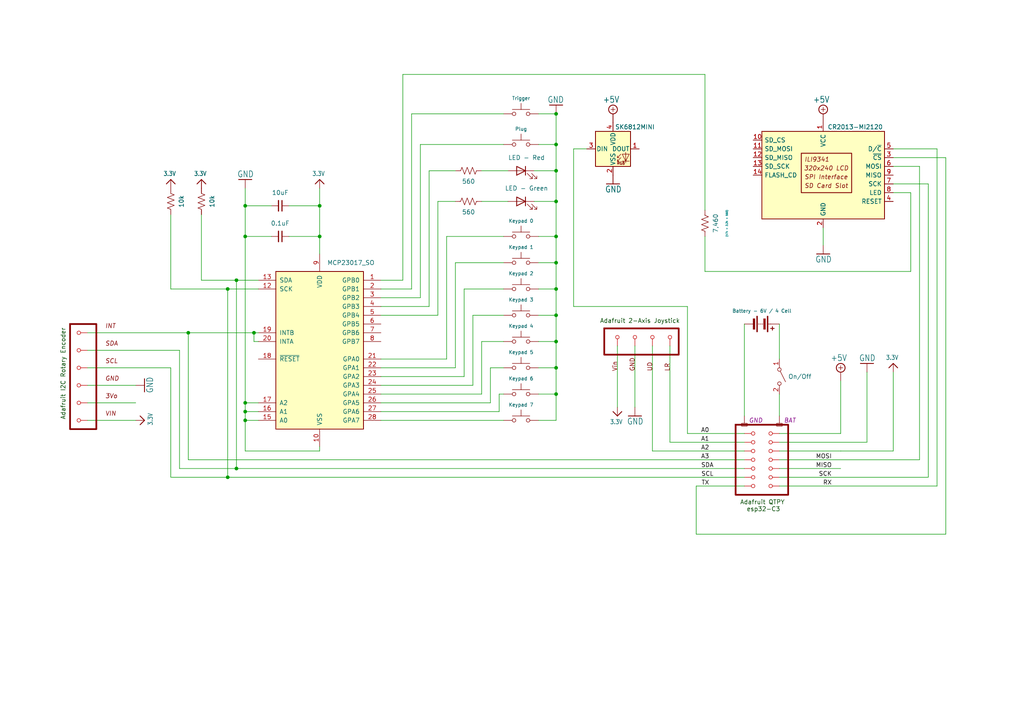
<source format=kicad_sch>
(kicad_sch (version 20230121) (generator eeschema)
  (paper "A4")
  (lib_symbols
    (symbol "Adafruit QT Py ESP32-C3-eagle-import:+5V" (power)
      (property "Value" "+5V" (at -1.905 3.175 0))
      (symbol "+5V_1_0"
        (polyline (pts (xy -0.635 1.27) (xy 0.635 1.27)) (stroke (width 0.1524)))
        (polyline (pts (xy 0 0.635) (xy 0 1.905)) (stroke (width 0.1524)))
        (circle (center 0 1.27) (radius 1.27) (stroke (width 0.254)))
        (pin power_in line (at 0 -2.54 90) (length 2.54) (name "+5V") (number "1"))
      )
    )
    (symbol "Adafruit QT Py ESP32-C3-eagle-import:3.3V" (power)
      (property "Value" "3.3V" (at -1.524 1.016 0))
      (symbol "3.3V_1_0"
        (polyline (pts (xy -1.27 -1.27) (xy 0 0)) (stroke (width 0.254)))
        (polyline (pts (xy 0 0) (xy 1.27 -1.27)) (stroke (width 0.254)))
        (pin power_in line (at 0 -2.54 90) (length 2.54) (name "3.3V") (number "1"))
      )
    )
    (symbol "Adafruit QT Py ESP32-C3-eagle-import:GND" (power)
      (property "Value" "GND" (at -2.54 -2.54 0))
      (symbol "GND_1_0"
        (polyline (pts (xy -1.905 0) (xy 1.905 0)) (stroke (width 0.254)))
        (pin power_in line (at 0 2.54 270) (length 2.54) (name "GND") (number "1"))
      )
    )
    (symbol "Device:Battery" (pin_numbers hide) (pin_names (offset 0) hide)
      (property "Reference" "BT" (at 2.54 2.54 0))
      (property "Value" "Battery" (at 2.54 0 0))
      (symbol "Battery_0_1"
        (rectangle (start -2.286 -1.27) (end 2.286 -1.524) (fill (type outline)))
        (rectangle (start -2.286 1.778) (end 2.286 1.524) (fill (type outline)))
        (rectangle (start -1.524 -2.032) (end 1.524 -2.54) (fill (type outline)))
        (rectangle (start -1.524 1.016) (end 1.524 0.508) (fill (type outline)))
        (polyline (pts (xy 0 -1.016) (xy 0 -0.762)))
        (polyline (pts (xy 0 -0.508) (xy 0 -0.254)))
        (polyline (pts (xy 0 0) (xy 0 0.254)))
        (polyline (pts (xy 0 1.778) (xy 0 2.54)))
        (polyline (pts (xy 0.762 3.048) (xy 1.778 3.048)) (stroke (width 0.254)))
        (polyline (pts (xy 1.27 3.556) (xy 1.27 2.54)) (stroke (width 0.254)))
      )
      (symbol "Battery_1_1"
        (pin passive line (at 0 5.08 270) (length 2.54) (name "+") (number "1"))
        (pin passive line (at 0 -5.08 90) (length 2.54) (name "-") (number "2"))
      )
    )
    (symbol "Device:C_Small" (pin_numbers hide) (pin_names (offset 0.254) hide)
      (property "Reference" "C" (at 0.254 1.778 0))
      (property "Value" "C_Small" (at 0.254 -2.032 0))
      (symbol "C_Small_0_1"
        (polyline (pts (xy -1.524 -0.508) (xy 1.524 -0.508)) (stroke (width 0.3302)))
        (polyline (pts (xy -1.524 0.508) (xy 1.524 0.508)) (stroke (width 0.3048)))
      )
      (symbol "C_Small_1_1"
        (pin passive line (at 0 2.54 270) (length 2.032) (name "~") (number "1"))
        (pin passive line (at 0 -2.54 90) (length 2.032) (name "~") (number "2"))
      )
    )
    (symbol "Device:LED" (pin_numbers hide) (pin_names (offset 1.016) hide)
      (property "Reference" "D" (at 0 2.54 0))
      (property "Value" "LED" (at 0 -2.54 0))
      (symbol "LED_0_1"
        (polyline (pts (xy -1.27 -1.27) (xy -1.27 1.27)) (stroke (width 0.254)))
        (polyline (pts (xy -1.27 0) (xy 1.27 0)))
        (polyline (pts (xy 1.27 -1.27) (xy 1.27 1.27) (xy -1.27 0) (xy 1.27 -1.27)) (stroke (width 0.254)))
        (polyline (pts (xy -3.048 -0.762) (xy -4.572 -2.286) (xy -3.81 -2.286) (xy -4.572 -2.286) (xy -4.572 -1.524)))
        (polyline (pts (xy -1.778 -0.762) (xy -3.302 -2.286) (xy -2.54 -2.286) (xy -3.302 -2.286) (xy -3.302 -1.524)))
      )
      (symbol "LED_1_1"
        (pin passive line (at -3.81 0 0) (length 2.54) (name "K") (number "1"))
        (pin passive line (at 3.81 0 180) (length 2.54) (name "A") (number "2"))
      )
    )
    (symbol "Device:R_US" (pin_numbers hide) (pin_names (offset 0))
      (property "Reference" "R" (at 2.54 0 90))
      (property "Value" "R_US" (at -2.54 0 90))
      (symbol "R_US_0_1"
        (polyline (pts (xy 0 -2.286) (xy 0 -2.54)))
        (polyline (pts (xy 0 2.286) (xy 0 2.54)))
        (polyline (pts (xy 0 -0.762) (xy 1.016 -1.143) (xy 0 -1.524) (xy -1.016 -1.905) (xy 0 -2.286)))
        (polyline (pts (xy 0 0.762) (xy 1.016 0.381) (xy 0 0) (xy -1.016 -0.381) (xy 0 -0.762)))
        (polyline (pts (xy 0 2.286) (xy 1.016 1.905) (xy 0 1.524) (xy -1.016 1.143) (xy 0 0.762)))
      )
      (symbol "R_US_1_1"
        (pin passive line (at 0 3.81 270) (length 1.27) (name "~") (number "1"))
        (pin passive line (at 0 -3.81 90) (length 1.27) (name "~") (number "2"))
      )
    )
    (symbol "Driver_Display:CR2013-MI2120" (pin_names (offset 0.762))
      (property "Reference" "U" (at -17.526 13.97 0))
      (property "Value" "CR2013-MI2120" (at 1.905 13.97 0))
      (symbol "CR2013-MI2120_0_0"
        (text "320x240 LCD" (at 0.889 2.032 0) (effects (font (size 1.27 1.27) italic)))
        (text "ILI9341" (at -5.461 4.572 0) (effects (font (size 1.27 1.27) italic) (justify left)))
        (text "SD Card Slot" (at -5.461 -3.048 0) (effects (font (size 1.27 1.27) italic) (justify left)))
        (text "SPI Interface" (at -5.461 -0.508 0) (effects (font (size 1.27 1.27) italic) (justify left)))
      )
      (symbol "CR2013-MI2120_0_1"
        (rectangle (start -17.78 12.7) (end 17.78 -12.7) (stroke (width 0.254)) (fill (type background)))
        (rectangle (start -6.35 6.35) (end 8.255 -5.08) (stroke (width 0.254)))
      )
      (symbol "CR2013-MI2120_1_1"
        (pin power_in line (at 0 15.24 270) (length 2.54) (name "VCC") (number "1"))
        (pin input line (at -20.32 10.16 0) (length 2.54) (name "SD_CS") (number "10"))
        (pin input line (at -20.32 7.62 0) (length 2.54) (name "SD_MOSI") (number "11"))
        (pin output line (at -20.32 5.08 0) (length 2.54) (name "SD_MISO") (number "12"))
        (pin input line (at -20.32 2.54 0) (length 2.54) (name "SD_SCK") (number "13"))
        (pin input line (at -20.32 0 0) (length 2.54) (name "FLASH_CD") (number "14"))
        (pin power_in line (at 0 -15.24 90) (length 2.54) (name "GND") (number "2"))
        (pin input line (at 20.32 5.08 180) (length 2.54) (name "~{CS}") (number "3"))
        (pin input line (at 20.32 -7.62 180) (length 2.54) (name "RESET") (number "4"))
        (pin input line (at 20.32 7.62 180) (length 2.54) (name "D/~{C}") (number "5"))
        (pin input line (at 20.32 2.54 180) (length 2.54) (name "MOSI") (number "6"))
        (pin input line (at 20.32 -2.54 180) (length 2.54) (name "SCK") (number "7"))
        (pin input line (at 20.32 -5.08 180) (length 2.54) (name "LED") (number "8"))
        (pin output line (at 20.32 0 180) (length 2.54) (name "MISO") (number "9"))
      )
    )
    (symbol "Interface_Expansion:MCP23017_SO" (pin_names (offset 1.016))
      (property "Reference" "U" (at -11.43 24.13 0))
      (property "Value" "MCP23017_SO" (at 0 0 0))
      (symbol "MCP23017_SO_0_1"
        (rectangle (start -12.7 22.86) (end 12.7 -22.86) (stroke (width 0.254)) (fill (type background)))
      )
      (symbol "MCP23017_SO_1_1"
        (pin bidirectional line (at 17.78 20.32 180) (length 5.08) (name "GPB0") (number "1"))
        (pin power_in line (at 0 -27.94 90) (length 5.08) (name "VSS") (number "10"))
        (pin no_connect line (at -12.7 15.24 0) (length 5.08) hide (name "NC") (number "11"))
        (pin input line (at -17.78 17.78 0) (length 5.08) (name "SCK") (number "12"))
        (pin bidirectional line (at -17.78 20.32 0) (length 5.08) (name "SDA") (number "13"))
        (pin no_connect line (at -12.7 12.7 0) (length 5.08) hide (name "NC") (number "14"))
        (pin input line (at -17.78 -20.32 0) (length 5.08) (name "A0") (number "15"))
        (pin input line (at -17.78 -17.78 0) (length 5.08) (name "A1") (number "16"))
        (pin input line (at -17.78 -15.24 0) (length 5.08) (name "A2") (number "17"))
        (pin input line (at -17.78 -2.54 0) (length 5.08) (name "~{RESET}") (number "18"))
        (pin tri_state line (at -17.78 5.08 0) (length 5.08) (name "INTB") (number "19"))
        (pin bidirectional line (at 17.78 17.78 180) (length 5.08) (name "GPB1") (number "2"))
        (pin tri_state line (at -17.78 2.54 0) (length 5.08) (name "INTA") (number "20"))
        (pin bidirectional line (at 17.78 -2.54 180) (length 5.08) (name "GPA0") (number "21"))
        (pin bidirectional line (at 17.78 -5.08 180) (length 5.08) (name "GPA1") (number "22"))
        (pin bidirectional line (at 17.78 -7.62 180) (length 5.08) (name "GPA2") (number "23"))
        (pin bidirectional line (at 17.78 -10.16 180) (length 5.08) (name "GPA3") (number "24"))
        (pin bidirectional line (at 17.78 -12.7 180) (length 5.08) (name "GPA4") (number "25"))
        (pin bidirectional line (at 17.78 -15.24 180) (length 5.08) (name "GPA5") (number "26"))
        (pin bidirectional line (at 17.78 -17.78 180) (length 5.08) (name "GPA6") (number "27"))
        (pin bidirectional line (at 17.78 -20.32 180) (length 5.08) (name "GPA7") (number "28"))
        (pin bidirectional line (at 17.78 15.24 180) (length 5.08) (name "GPB2") (number "3"))
        (pin bidirectional line (at 17.78 12.7 180) (length 5.08) (name "GPB3") (number "4"))
        (pin bidirectional line (at 17.78 10.16 180) (length 5.08) (name "GPB4") (number "5"))
        (pin bidirectional line (at 17.78 7.62 180) (length 5.08) (name "GPB5") (number "6"))
        (pin bidirectional line (at 17.78 5.08 180) (length 5.08) (name "GPB6") (number "7"))
        (pin bidirectional line (at 17.78 2.54 180) (length 5.08) (name "GPB7") (number "8"))
        (pin power_in line (at 0 27.94 270) (length 5.08) (name "VDD") (number "9"))
      )
    )
    (symbol "LED:SK6812MINI" (pin_names (offset 0.254))
      (property "Reference" "D" (at 5.08 5.715 0))
      (property "Value" "SK6812MINI" (at 1.27 -5.715 0))
      (symbol "SK6812MINI_0_0"
        (text "RGB" (at 2.286 -4.191 0) (effects (font (size 0.762 0.762))))
      )
      (symbol "SK6812MINI_0_1"
        (polyline (pts (xy 1.27 -3.556) (xy 1.778 -3.556)))
        (polyline (pts (xy 1.27 -2.54) (xy 1.778 -2.54)))
        (polyline (pts (xy 4.699 -3.556) (xy 2.667 -3.556)))
        (polyline (pts (xy 2.286 -2.54) (xy 1.27 -3.556) (xy 1.27 -3.048)))
        (polyline (pts (xy 2.286 -1.524) (xy 1.27 -2.54) (xy 1.27 -2.032)))
        (polyline (pts (xy 3.683 -1.016) (xy 3.683 -3.556) (xy 3.683 -4.064)))
        (polyline (pts (xy 4.699 -1.524) (xy 2.667 -1.524) (xy 3.683 -3.556) (xy 4.699 -1.524)))
        (rectangle (start 5.08 5.08) (end -5.08 -5.08) (stroke (width 0.254)) (fill (type background)))
      )
      (symbol "SK6812MINI_1_1"
        (pin output line (at 7.62 0 180) (length 2.54) (name "DOUT") (number "1"))
        (pin power_in line (at 0 -7.62 90) (length 2.54) (name "VSS") (number "2"))
        (pin input line (at -7.62 0 0) (length 2.54) (name "DIN") (number "3"))
        (pin power_in line (at 0 7.62 270) (length 2.54) (name "VDD") (number "4"))
      )
    )
    (symbol "Switch:SW_Push" (pin_numbers hide) (pin_names (offset 1.016) hide)
      (property "Reference" "SW" (at 1.27 2.54 0))
      (property "Value" "SW_Push" (at 0 -1.524 0))
      (symbol "SW_Push_0_1"
        (circle (center -2.032 0) (radius 0.508))
        (polyline (pts (xy 0 1.27) (xy 0 3.048)))
        (polyline (pts (xy 2.54 1.27) (xy -2.54 1.27)))
        (circle (center 2.032 0) (radius 0.508))
        (pin passive line (at -5.08 0 0) (length 2.54) (name "1") (number "1"))
        (pin passive line (at 5.08 0 180) (length 2.54) (name "2") (number "2"))
      )
    )
    (symbol "Switch:SW_SPST" (pin_names (offset 0) hide)
      (property "Reference" "SW" (at 0 3.175 0))
      (property "Value" "SW_SPST" (at 0 -2.54 0))
      (symbol "SW_SPST_0_0"
        (circle (center -2.032 0) (radius 0.508))
        (polyline (pts (xy -1.524 0.254) (xy 1.524 1.778)))
        (circle (center 2.032 0) (radius 0.508))
      )
      (symbol "SW_SPST_1_1"
        (pin passive line (at -5.08 0 0) (length 2.54) (name "A") (number "1"))
        (pin passive line (at 5.08 0 180) (length 2.54) (name "B") (number "2"))
      )
    )
  )
  (junction (at 66.04 138.43))
  (junction (at 71.12 59.69))
  (junction (at 92.71 68.58))
  (junction (at 92.71 59.69))
  (junction (at 71.12 68.58))
  (junction (at 161.29 76.2))
  (junction (at 66.04 83.82))
  (junction (at 161.29 106.68))
  (junction (at 161.29 99.06))
  (junction (at 161.29 33.02))
  (junction (at 161.29 83.82))
  (junction (at 73.66 96.52))
  (junction (at 71.12 119.38))
  (junction (at 161.29 58.42))
  (junction (at 161.29 68.58))
  (junction (at 161.29 114.3))
  (junction (at 161.29 91.44))
  (junction (at 54.61 96.52))
  (junction (at 68.58 81.28))
  (junction (at 71.12 116.84))
  (junction (at 71.12 121.92))
  (junction (at 161.29 49.53))
  (junction (at 161.29 41.91))
  (junction (at 68.58 135.89))
  (wire (pts (xy 161.29 99.06) (xy 161.29 91.44)))
  (wire (pts (xy 259.08 55.88) (xy 264.16 55.88)))
  (wire (pts (xy 83.82 68.58) (xy 92.71 68.58)))
  (wire (pts (xy 92.71 59.69) (xy 92.71 68.58)))
  (wire (pts (xy 166.37 88.9) (xy 166.37 43.18)))
  (wire (pts (xy 179.07 100.33) (xy 179.07 118.11)))
  (wire (pts (xy 25.4 116.84) (xy 39.37 116.84)))
  (wire (pts (xy 251.46 107.95) (xy 251.46 128.27)) (stroke (width 0.1524)))
  (wire (pts (xy 25.4 111.76) (xy 39.37 111.76)))
  (wire (pts (xy 161.29 83.82) (xy 161.29 76.2)))
  (wire (pts (xy 201.93 140.97) (xy 215.9 140.97)))
  (wire (pts (xy 161.29 68.58) (xy 161.29 76.2)))
  (wire (pts (xy 201.93 140.97) (xy 201.93 154.94)))
  (wire (pts (xy 204.47 60.96) (xy 204.47 21.59)))
  (wire (pts (xy 66.04 83.82) (xy 66.04 138.43)))
  (wire (pts (xy 274.32 154.94) (xy 274.32 45.72)) (stroke (width 0.1524)))
  (wire (pts (xy 156.21 121.92) (xy 161.29 121.92)))
  (wire (pts (xy 154.94 58.42) (xy 161.29 58.42)))
  (wire (pts (xy 68.58 81.28) (xy 74.93 81.28)))
  (wire (pts (xy 71.12 121.92) (xy 71.12 130.81)))
  (wire (pts (xy 189.23 100.33) (xy 189.23 130.81)))
  (wire (pts (xy 71.12 54.61) (xy 71.12 59.69)))
  (wire (pts (xy 110.49 121.92) (xy 146.05 121.92)))
  (wire (pts (xy 119.38 83.82) (xy 110.49 83.82)))
  (wire (pts (xy 58.42 62.23) (xy 58.42 81.28)))
  (wire (pts (xy 25.4 101.6) (xy 52.07 101.6)))
  (wire (pts (xy 49.53 138.43) (xy 66.04 138.43)))
  (wire (pts (xy 129.54 68.58) (xy 146.05 68.58)))
  (wire (pts (xy 201.93 154.94) (xy 203.2 154.94)))
  (wire (pts (xy 271.78 140.97) (xy 271.78 43.18)) (stroke (width 0.1524)))
  (wire (pts (xy 226.06 133.35) (xy 266.7 133.35)) (stroke (width 0.1524)))
  (wire (pts (xy 226.06 125.73) (xy 243.84 125.73)) (stroke (width 0.1524)))
  (wire (pts (xy 259.08 107.95) (xy 259.08 130.81)))
  (wire (pts (xy 144.78 119.38) (xy 110.49 119.38)))
  (wire (pts (xy 137.16 111.76) (xy 110.49 111.76)))
  (wire (pts (xy 139.7 99.06) (xy 139.7 114.3)))
  (wire (pts (xy 199.39 125.73) (xy 199.39 88.9)))
  (wire (pts (xy 146.05 76.2) (xy 132.08 76.2)))
  (wire (pts (xy 92.71 54.61) (xy 92.71 59.69)))
  (wire (pts (xy 226.06 93.98) (xy 226.06 104.14)))
  (wire (pts (xy 66.04 83.82) (xy 74.93 83.82)))
  (wire (pts (xy 189.23 130.81) (xy 215.9 130.81)))
  (wire (pts (xy 264.16 55.88) (xy 264.16 78.74)))
  (wire (pts (xy 127 58.42) (xy 127 91.44)))
  (wire (pts (xy 54.61 96.52) (xy 73.66 96.52)))
  (wire (pts (xy 127 91.44) (xy 110.49 91.44)))
  (wire (pts (xy 203.2 154.94) (xy 274.32 154.94)) (stroke (width 0.1524)))
  (wire (pts (xy 161.29 58.42) (xy 161.29 68.58)))
  (wire (pts (xy 121.92 41.91) (xy 121.92 86.36)))
  (wire (pts (xy 73.66 96.52) (xy 74.93 96.52)))
  (wire (pts (xy 71.12 130.81) (xy 92.71 130.81)))
  (wire (pts (xy 132.08 76.2) (xy 132.08 106.68)))
  (wire (pts (xy 124.46 49.53) (xy 132.08 49.53)))
  (wire (pts (xy 83.82 59.69) (xy 92.71 59.69)))
  (wire (pts (xy 243.84 110.49) (xy 243.84 125.73)) (stroke (width 0.1524)))
  (wire (pts (xy 49.53 138.43) (xy 49.53 106.68)))
  (wire (pts (xy 156.21 83.82) (xy 161.29 83.82)))
  (wire (pts (xy 92.71 130.81) (xy 92.71 129.54)))
  (wire (pts (xy 129.54 68.58) (xy 129.54 104.14)))
  (wire (pts (xy 54.61 133.35) (xy 215.9 133.35)))
  (wire (pts (xy 161.29 114.3) (xy 161.29 121.92)))
  (wire (pts (xy 144.78 114.3) (xy 144.78 119.38)))
  (wire (pts (xy 119.38 33.02) (xy 146.05 33.02)))
  (wire (pts (xy 156.21 76.2) (xy 161.29 76.2)))
  (wire (pts (xy 266.7 133.35) (xy 266.7 48.26)) (stroke (width 0.1524)))
  (wire (pts (xy 199.39 125.73) (xy 215.9 125.73)))
  (wire (pts (xy 68.58 81.28) (xy 68.58 135.89)))
  (wire (pts (xy 137.16 91.44) (xy 137.16 111.76)))
  (wire (pts (xy 146.05 99.06) (xy 139.7 99.06)))
  (wire (pts (xy 269.24 53.34) (xy 259.08 53.34)) (stroke (width 0.1524)))
  (wire (pts (xy 71.12 59.69) (xy 71.12 68.58)))
  (wire (pts (xy 110.49 109.22) (xy 134.62 109.22)))
  (wire (pts (xy 71.12 116.84) (xy 71.12 119.38)))
  (wire (pts (xy 271.78 43.18) (xy 259.08 43.18)) (stroke (width 0.1524)))
  (wire (pts (xy 161.29 106.68) (xy 161.29 114.3)))
  (wire (pts (xy 146.05 114.3) (xy 144.78 114.3)))
  (wire (pts (xy 204.47 78.74) (xy 204.47 68.58)))
  (wire (pts (xy 116.84 81.28) (xy 110.49 81.28)))
  (wire (pts (xy 156.21 68.58) (xy 161.29 68.58)))
  (wire (pts (xy 156.21 41.91) (xy 161.29 41.91)))
  (wire (pts (xy 204.47 21.59) (xy 116.84 21.59)))
  (wire (pts (xy 73.66 99.06) (xy 73.66 96.52)))
  (wire (pts (xy 110.49 104.14) (xy 129.54 104.14)))
  (wire (pts (xy 52.07 135.89) (xy 52.07 101.6)))
  (wire (pts (xy 161.29 41.91) (xy 161.29 49.53)))
  (wire (pts (xy 161.29 106.68) (xy 161.29 99.06)))
  (wire (pts (xy 226.06 130.81) (xy 243.84 130.81)) (stroke (width 0.1524)))
  (wire (pts (xy 124.46 88.9) (xy 110.49 88.9)))
  (wire (pts (xy 161.29 49.53) (xy 161.29 58.42)))
  (wire (pts (xy 124.46 49.53) (xy 124.46 88.9)))
  (wire (pts (xy 156.21 91.44) (xy 161.29 91.44)))
  (wire (pts (xy 52.07 135.89) (xy 68.58 135.89)))
  (wire (pts (xy 215.9 93.98) (xy 215.9 120.65)))
  (wire (pts (xy 226.06 140.97) (xy 271.78 140.97)) (stroke (width 0.1524)))
  (wire (pts (xy 68.58 135.89) (xy 215.9 135.89)))
  (wire (pts (xy 25.4 121.92) (xy 39.37 121.92)))
  (wire (pts (xy 142.24 106.68) (xy 146.05 106.68)))
  (wire (pts (xy 154.94 49.53) (xy 161.29 49.53)))
  (wire (pts (xy 49.53 62.23) (xy 49.53 83.82)))
  (wire (pts (xy 226.06 135.89) (xy 243.84 135.89)) (stroke (width 0.1524)))
  (wire (pts (xy 142.24 116.84) (xy 142.24 106.68)))
  (wire (pts (xy 269.24 138.43) (xy 269.24 53.34)) (stroke (width 0.1524)))
  (wire (pts (xy 139.7 114.3) (xy 110.49 114.3)))
  (wire (pts (xy 121.92 86.36) (xy 110.49 86.36)))
  (wire (pts (xy 161.29 91.44) (xy 161.29 83.82)))
  (wire (pts (xy 156.21 99.06) (xy 161.29 99.06)))
  (wire (pts (xy 226.06 138.43) (xy 269.24 138.43)) (stroke (width 0.1524)))
  (wire (pts (xy 71.12 116.84) (xy 74.93 116.84)))
  (wire (pts (xy 156.21 33.02) (xy 161.29 33.02)))
  (wire (pts (xy 71.12 68.58) (xy 71.12 116.84)))
  (wire (pts (xy 58.42 81.28) (xy 68.58 81.28)))
  (wire (pts (xy 264.16 78.74) (xy 204.47 78.74)))
  (wire (pts (xy 71.12 119.38) (xy 74.93 119.38)))
  (wire (pts (xy 92.71 68.58) (xy 92.71 73.66)))
  (wire (pts (xy 161.29 33.02) (xy 161.29 41.91)))
  (wire (pts (xy 156.21 106.68) (xy 161.29 106.68)))
  (wire (pts (xy 116.84 21.59) (xy 116.84 81.28)))
  (wire (pts (xy 71.12 121.92) (xy 74.93 121.92)))
  (wire (pts (xy 25.4 96.52) (xy 54.61 96.52)))
  (wire (pts (xy 226.06 114.3) (xy 226.06 120.65)))
  (wire (pts (xy 127 58.42) (xy 132.08 58.42)))
  (wire (pts (xy 166.37 43.18) (xy 170.18 43.18)))
  (wire (pts (xy 49.53 83.82) (xy 66.04 83.82)))
  (wire (pts (xy 54.61 96.52) (xy 54.61 133.35)))
  (wire (pts (xy 139.7 49.53) (xy 147.32 49.53)))
  (wire (pts (xy 184.15 100.33) (xy 184.15 118.11)))
  (wire (pts (xy 139.7 58.42) (xy 147.32 58.42)))
  (wire (pts (xy 266.7 48.26) (xy 259.08 48.26)) (stroke (width 0.1524)))
  (wire (pts (xy 134.62 83.82) (xy 146.05 83.82)))
  (wire (pts (xy 226.06 128.27) (xy 251.46 128.27)) (stroke (width 0.1524)))
  (wire (pts (xy 119.38 33.02) (xy 119.38 83.82)))
  (wire (pts (xy 259.08 130.81) (xy 243.84 130.81)))
  (wire (pts (xy 71.12 68.58) (xy 78.74 68.58)))
  (wire (pts (xy 146.05 91.44) (xy 137.16 91.44)))
  (wire (pts (xy 74.93 99.06) (xy 73.66 99.06)))
  (wire (pts (xy 134.62 109.22) (xy 134.62 83.82)))
  (wire (pts (xy 238.76 66.04) (xy 238.76 71.12)))
  (wire (pts (xy 71.12 119.38) (xy 71.12 121.92)))
  (wire (pts (xy 121.92 41.91) (xy 146.05 41.91)))
  (wire (pts (xy 25.4 106.68) (xy 49.53 106.68)))
  (wire (pts (xy 199.39 88.9) (xy 166.37 88.9)))
  (wire (pts (xy 66.04 138.43) (xy 215.9 138.43)))
  (wire (pts (xy 274.32 45.72) (xy 259.08 45.72)) (stroke (width 0.1524)))
  (wire (pts (xy 110.49 116.84) (xy 142.24 116.84)))
  (wire (pts (xy 156.21 114.3) (xy 161.29 114.3)))
  (wire (pts (xy 194.31 100.33) (xy 194.31 128.27)))
  (wire (pts (xy 110.49 106.68) (xy 132.08 106.68)))
  (wire (pts (xy 194.31 128.27) (xy 215.9 128.27)))
  (wire (pts (xy 71.12 59.69) (xy 78.74 59.69)))
  (rectangle (start 20.32 93.98) (end 27.94 124.46) (stroke (width 0.5) (color 132 0 0 1)))
  (rectangle (start 213.36 123.19) (end 228.6 143.51) (stroke (width 0.5) (color 132 0 0 1)))
  (rectangle (start 175.26 95.25) (end 196.85 102.87) (stroke (width 0.5) (color 132 0 0 1)))
  (text "Adafruit 2-Axis Joystick" (at 173.99 93.98 0) (effects (font (size 1.25 1.25)) (justify left bottom)))
  (text "LR" (at 194.31 107.95 90) (effects (font (size 1.27 1.27)) (justify left bottom)))
  (text "Adafruit QTPY\n  esp32-C3" (at 214.63 148.59 0) (effects (font (size 1.25 1.25)) (justify left bottom)))
  (text "UD\n" (at 189.23 107.95 90) (effects (font (size 1.27 1.27)) (justify left bottom)))
  (text "GND" (at 184.15 107.95 90) (effects (font (size 1.27 1.27)) (justify left bottom)))
  (text "Vin" (at 179.07 107.95 90) (effects (font (size 1.27 1.27)) (justify left bottom)))
  (text "Adafruit I2C Rotary Encoder" (at 19.05 121.92 90) (effects (font (size 1.25 1.25)) (justify left bottom)))
  (label "MISO" (at 241.3 135.89 180) (effects (font (size 1.2446 1.2446))))
  (label "A2" (at 205.74 130.81 180) (effects (font (size 1.2446 1.2446))))
  (label "A1" (at 205.74 128.27 180) (effects (font (size 1.2446 1.2446))))
  (label "A3" (at 205.74 133.35 180) (effects (font (size 1.2446 1.2446))))
  (label "A0" (at 205.74 125.73 180) (effects (font (size 1.2446 1.2446))))
  (label "MOSI" (at 241.3 133.35 180) (effects (font (size 1.2446 1.2446))))
  (label "TX" (at 205.74 140.97 180) (effects (font (size 1.2446 1.2446))))
  (label "SDA" (at 207.01 135.89 180) (effects (font (size 1.2446 1.2446))))
  (label "SCL" (at 207.01 138.43 180) (effects (font (size 1.2446 1.2446))))
  (label "RX" (at 241.3 140.97 180) (effects (font (size 1.2446 1.2446))))
  (label "SCK" (at 241.3 138.43 180) (effects (font (size 1.2446 1.2446))))
  (netclass_flag "" (length 2.54) (shape round) (at 226.06 130.81 90))
  (netclass_flag "" (length 2.54) (shape round) (at 184.15 100.33 0))
  (netclass_flag "" (length 2.54) (shape round) (at 215.9 138.43 270))
  (netclass_flag "" (length 2.54) (shape round) (at 215.9 128.27 270))
  (netclass_flag "" (length 2.54) (shape round) (at 226.06 135.89 90))
  (netclass_flag "" (length 2.54) (shape round) (at 215.9 133.35 270))
  (netclass_flag "" (length 2.54) (shape round) (at 194.31 100.33 0))
  (netclass_flag "" (length 2.54) (shape round) (at 215.9 130.81 270))
  (netclass_flag "" (length 2.54) (shape round) (at 226.06 140.97 90))
  (netclass_flag "" (length 2.54) (shape round) (at 226.06 125.73 90))
  (netclass_flag "" (length 2.54) (shape round) (at 215.9 140.97 270))
  (netclass_flag "" (length 2.54) (shape round) (at 215.9 135.89 270))
  (netclass_flag "" (length 2.54) (shape round) (at 226.06 138.43 90))
  (netclass_flag "" (length 2.54) (shape round) (at 25.4 106.68 90) (property "Netclass" "SCL" (at 30.48 105.41 0) (effects (font italic) (justify left bottom))))
  (netclass_flag "" (length 2.54) (shape round) (at 25.4 111.76 90) (property "Netclass" "GND" (at 30.48 110.49 0) (effects (font italic) (justify left bottom))))
  (netclass_flag "" (length 2.54) (shape round) (at 189.23 100.33 0))
  (netclass_flag "" (length 2.54) (shape rectangle) (at 215.9 120.65 180) (property "Netclass" "GND" (at 217.17 121.92 0) (effects (font italic) (justify left))))
  (netclass_flag "" (length 2.54) (shape round) (at 179.07 100.33 0))
  (netclass_flag "" (length 2.54) (shape round) (at 25.4 101.6 90) (property "Netclass" "SDA" (at 30.48 100.33 0) (effects (font italic) (justify left bottom))))
  (netclass_flag "" (length 2.54) (shape round) (at 25.4 116.84 90) (property "Netclass" "3Vo" (at 30.48 115.57 0) (effects (font italic) (justify left bottom))))
  (netclass_flag "" (length 2.54) (shape rectangle) (at 226.06 120.65 180) (property "Netclass" "BAT" (at 227.33 121.92 0) (effects (font italic) (justify left))))
  (netclass_flag "" (length 2.54) (shape round) (at 226.06 133.35 90))
  (netclass_flag "" (length 2.54) (shape round) (at 25.4 96.52 90) (property "Netclass" "INT" (at 30.48 95.25 0) (effects (font italic) (justify left bottom))))
  (netclass_flag "" (length 2.54) (shape round) (at 226.06 128.27 90))
  (netclass_flag "" (length 2.54) (shape round) (at 215.9 125.73 270))
  (netclass_flag "" (length 2.54) (shape round) (at 25.4 121.92 90) (property "Netclass" "VIN" (at 30.48 120.65 0) (effects (font italic) (justify left bottom))))
  (symbol (lib_id "LED:SK6812MINI") (at 177.8 43.18 0) (unit 1)
    (property "Reference" "D1" (effects hide))
    (property "Value" "SK6812MINI" (at 184.15 36.83 0))
    (property "Footprint" "LED_SMD:LED_SK6812MINI_PLCC4_3.5x3.5mm_P1.75mm" (effects hide))
    (property "Datasheet" "https://cdn-shop.adafruit.com/product-files/2686/SK6812MINI_REV.01-1-2.pdf" (effects hide))
  )
  (symbol (lib_id "Switch:SW_SPST") (at 226.06 109.22 270) (unit 1)
    (property "Reference" "SW11" (effects hide))
    (property "Value" "On/Off" (at 228.6 109.22 90) (effects (justify left)))
  )
  (symbol (lib_id "Adafruit QT Py ESP32-C3-eagle-import:3.3V") (at 259.08 105.41 0) (mirror y) (unit 1)
    (property "Reference" "#U$02" (effects hide))
    (property "Value" "3.3V" (at 260.604 104.394 0) (effects (font (size 1.27 1.0795)) (justify left bottom)))
  )
  (symbol (lib_id "Device:R_US") (at 58.42 58.42 0) (unit 1)
    (property "Reference" "R1" (effects hide))
    (property "Value" "10k" (at 62.23 58.42 90) (effects (justify bottom)))
  )
  (symbol (lib_id "Adafruit QT Py ESP32-C3-eagle-import:GND") (at 251.46 105.41 180) (unit 1)
    (property "Reference" "#GND02" (effects hide))
    (property "Value" "GND" (at 254 102.87 0) (effects (font (size 1.778 1.5113)) (justify left bottom)))
  )
  (symbol (lib_id "Interface_Expansion:MCP23017_SO") (at 92.71 101.6 0) (unit 1)
    (property "Reference" "U2" (effects hide))
    (property "Value" "MCP23017_SO" (at 94.9041 76.2 0) (effects (justify left)))
    (property "Footprint" "Package_SO:SOIC-28W_7.5x17.9mm_P1.27mm" (effects hide))
    (property "Datasheet" "http://ww1.microchip.com/downloads/en/DeviceDoc/20001952C.pdf" (effects hide))
  )
  (symbol (lib_id "Switch:SW_Push") (at 151.13 114.3 0) (unit 1)
    (property "Reference" "SW7" (effects hide))
    (property "Value" "Keypad 6" (at 151.13 109.22 0) (effects (font (size 1 1)) (justify top)))
  )
  (symbol (lib_id "Adafruit QT Py ESP32-C3-eagle-import:3.3V") (at 179.07 120.65 180) (unit 1)
    (property "Reference" "#U$06" (effects hide))
    (property "Value" "3.3V" (at 180.594 121.666 0) (effects (font (size 1.27 1.0795)) (justify left bottom)))
  )
  (symbol (lib_id "Device:LED") (at 151.13 58.42 0) (mirror y) (unit 1)
    (property "Reference" "D3" (effects hide))
    (property "Value" "LED - Green" (at 152.7175 54.61 0))
  )
  (symbol (lib_id "Switch:SW_Push") (at 151.13 106.68 0) (unit 1)
    (property "Reference" "SW5" (effects hide))
    (property "Value" "Keypad 5" (at 151.13 101.6 0) (effects (font (size 1 1)) (justify top)))
  )
  (symbol (lib_id "Switch:SW_Push") (at 151.13 83.82 0) (unit 1)
    (property "Reference" "SW2" (effects hide))
    (property "Value" "Keypad 2" (at 151.13 78.74 0) (effects (font (size 1 1)) (justify top)))
  )
  (symbol (lib_id "Adafruit QT Py ESP32-C3-eagle-import:GND") (at 184.15 120.65 0) (mirror y) (unit 1)
    (property "Reference" "#GND06" (effects hide))
    (property "Value" "GND" (at 186.69 123.19 0) (effects (font (size 1.778 1.5113)) (justify left bottom)))
  )
  (symbol (lib_id "Adafruit QT Py ESP32-C3-eagle-import:3.3V") (at 58.42 52.07 0) (mirror y) (unit 1)
    (property "Reference" "#U$03" (effects hide))
    (property "Value" "3.3V" (at 59.944 51.054 0) (effects (font (size 1.27 1.0795)) (justify left bottom)))
  )
  (symbol (lib_id "Device:R_US") (at 135.89 49.53 270) (unit 1)
    (property "Reference" "R3" (effects hide))
    (property "Value" "560" (at 135.89 53.34 90) (effects (justify bottom)))
  )
  (symbol (lib_id "Device:R_US") (at 204.47 64.77 0) (unit 1)
    (property "Reference" "R6" (effects hide))
    (property "Value" "7,460" (at 208.28 64.77 90) (effects (justify bottom)))
    (property "Pairs" "(47k + 2.2k + 560)" (at 210.82 64.77 90) (effects (font (size 0.5 0.5))))
  )
  (symbol (lib_id "Adafruit QT Py ESP32-C3-eagle-import:3.3V") (at 92.71 52.07 0) (mirror y) (unit 1)
    (property "Reference" "#U$01" (effects hide))
    (property "Value" "3.3V" (at 94.234 51.054 0) (effects (font (size 1.27 1.0795)) (justify left bottom)))
  )
  (symbol (lib_id "Adafruit QT Py ESP32-C3-eagle-import:3.3V") (at 49.53 52.07 0) (mirror y) (unit 1)
    (property "Reference" "#U$04" (effects hide))
    (property "Value" "3.3V" (at 51.054 51.054 0) (effects (font (size 1.27 1.0795)) (justify left bottom)))
  )
  (symbol (lib_id "Device:C_Small") (at 81.28 59.69 270) (unit 1)
    (property "Reference" "C1" (effects hide))
    (property "Value" "10uF" (at 81.2736 55.88 90))
  )
  (symbol (lib_id "Device:R_US") (at 49.53 58.42 0) (unit 1)
    (property "Reference" "R2" (effects hide))
    (property "Value" "10k" (at 53.34 58.42 90) (effects (justify bottom)))
  )
  (symbol (lib_id "Adafruit QT Py ESP32-C3-eagle-import:GND") (at 71.12 52.07 180) (unit 1)
    (property "Reference" "#GND03" (effects hide))
    (property "Value" "GND" (at 73.66 49.53 0) (effects (font (size 1.778 1.5113)) (justify left bottom)))
  )
  (symbol (lib_id "Device:R_US") (at 135.89 58.42 270) (unit 1)
    (property "Reference" "R4" (effects hide))
    (property "Value" "560" (at 135.89 62.23 90) (effects (justify bottom)))
  )
  (symbol (lib_id "Device:LED") (at 151.13 49.53 0) (mirror y) (unit 1)
    (property "Reference" "D2" (effects hide))
    (property "Value" "LED - Red" (at 152.7175 45.72 0))
  )
  (symbol (lib_id "Device:Battery") (at 220.98 93.98 270) (unit 1)
    (property "Reference" "BT1" (effects hide))
    (property "Value" "Battery - 6V / 4 Cell" (at 220.98 90.17 90) (effects (font (size 1 1))))
  )
  (symbol (lib_id "Adafruit QT Py ESP32-C3-eagle-import:+5V") (at 243.84 107.95 0) (mirror y) (unit 1)
    (property "Reference" "#SUPPLY02" (effects hide))
    (property "Value" "+5V" (at 245.745 104.775 0) (effects (font (size 1.778 1.5113)) (justify left bottom)))
  )
  (symbol (lib_id "Adafruit QT Py ESP32-C3-eagle-import:GND") (at 177.8 53.34 0) (mirror y) (unit 1)
    (property "Reference" "#GND05" (effects hide))
    (property "Value" "GND" (at 180.34 55.88 0) (effects (font (size 1.778 1.5113)) (justify left bottom)))
  )
  (symbol (lib_id "Switch:SW_Push") (at 151.13 41.91 0) (unit 1)
    (property "Reference" "SW10" (effects hide))
    (property "Value" "Plug" (at 151.13 36.83 0) (effects (font (size 1 1)) (justify top)))
  )
  (symbol (lib_id "Adafruit QT Py ESP32-C3-eagle-import:GND") (at 161.29 30.48 0) (mirror x) (unit 1)
    (property "Reference" "#GND07" (effects hide))
    (property "Value" "GND" (at 158.75 27.94 0) (effects (font (size 1.778 1.5113)) (justify left bottom)))
  )
  (symbol (lib_id "Switch:SW_Push") (at 151.13 91.44 0) (unit 1)
    (property "Reference" "SW3" (effects hide))
    (property "Value" "Keypad 3" (at 151.13 86.36 0) (effects (font (size 1 1)) (justify top)))
  )
  (symbol (lib_id "Device:C_Small") (at 81.28 68.58 270) (unit 1)
    (property "Reference" "C2" (effects hide))
    (property "Value" "0.1uF" (at 81.2736 64.77 90))
  )
  (symbol (lib_id "Driver_Display:CR2013-MI2120") (at 238.76 50.8 0) (unit 1)
    (property "Reference" "U1" (effects hide))
    (property "Value" "CR2013-MI2120" (at 240.03 36.83 0) (effects (justify left)))
    (property "Footprint" "Display:CR2013-MI2120" (effects hide))
    (property "Datasheet" "http://pan.baidu.com/s/11Y990" (effects hide))
  )
  (symbol (lib_id "Switch:SW_Push") (at 151.13 121.92 0) (unit 1)
    (property "Reference" "SW8" (effects hide))
    (property "Value" "Keypad 7" (at 151.13 116.84 0) (effects (font (size 1 1)) (justify top)))
  )
  (symbol (lib_id "Adafruit QT Py ESP32-C3-eagle-import:+5V") (at 177.8 33.02 0) (mirror y) (unit 1)
    (property "Reference" "#SUPPLY03" (effects hide))
    (property "Value" "+5V" (at 179.705 29.845 0) (effects (font (size 1.778 1.5113)) (justify left bottom)))
  )
  (symbol (lib_id "Adafruit QT Py ESP32-C3-eagle-import:3.3V") (at 41.91 121.92 270) (mirror x) (unit 1)
    (property "Reference" "#U$05" (effects hide))
    (property "Value" "3.3V" (at 42.926 123.444 0) (effects (font (size 1.27 1.0795)) (justify left bottom)))
  )
  (symbol (lib_id "Adafruit QT Py ESP32-C3-eagle-import:GND") (at 41.91 111.76 90) (mirror x) (unit 1)
    (property "Reference" "#GND04" (effects hide))
    (property "Value" "GND" (at 44.45 109.22 0) (effects (font (size 1.778 1.5113)) (justify left bottom)))
  )
  (symbol (lib_id "Adafruit QT Py ESP32-C3-eagle-import:+5V") (at 238.76 33.02 0) (mirror y) (unit 1)
    (property "Reference" "#SUPPLY01" (effects hide))
    (property "Value" "+5V" (at 240.665 29.845 0) (effects (font (size 1.778 1.5113)) (justify left bottom)))
  )
  (symbol (lib_id "Switch:SW_Push") (at 151.13 76.2 0) (unit 1)
    (property "Reference" "SW1" (effects hide))
    (property "Value" "Keypad 1" (at 151.13 71.12 0) (effects (font (size 1 1)) (justify top)))
  )
  (symbol (lib_id "Adafruit QT Py ESP32-C3-eagle-import:GND") (at 238.76 73.66 0) (mirror y) (unit 1)
    (property "Reference" "#GND01" (effects hide))
    (property "Value" "GND" (at 241.3 76.2 0) (effects (font (size 1.778 1.5113)) (justify left bottom)))
  )
  (symbol (lib_id "Switch:SW_Push") (at 151.13 68.58 0) (unit 1)
    (property "Reference" "SW6" (effects hide))
    (property "Value" "Keypad 0" (at 151.13 63.5 0) (effects (font (size 1 1)) (justify top)))
  )
  (symbol (lib_id "Switch:SW_Push") (at 151.13 33.02 0) (unit 1)
    (property "Reference" "SW9" (effects hide))
    (property "Value" "Trigger" (at 151.13 27.94 0) (effects (font (size 1 1)) (justify top)))
  )
  (symbol (lib_id "Switch:SW_Push") (at 151.13 99.06 0) (unit 1)
    (property "Reference" "SW4" (effects hide))
    (property "Value" "Keypad 4" (at 151.13 93.98 0) (effects (font (size 1 1)) (justify top)))
  )
)
</source>
